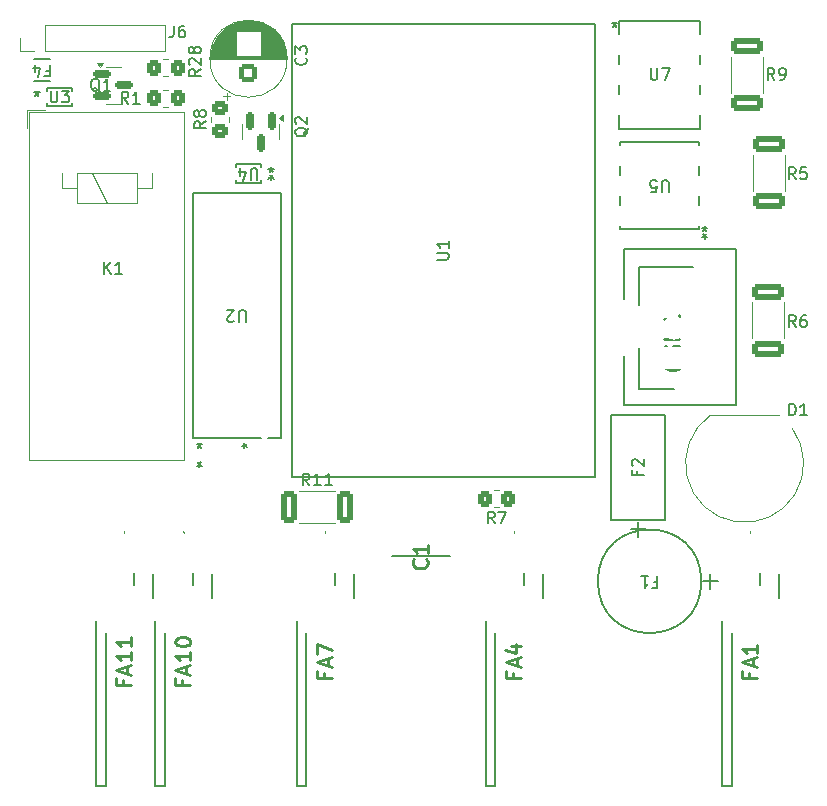
<source format=gbr>
%TF.GenerationSoftware,KiCad,Pcbnew,9.0.6-9.0.6~ubuntu24.04.1*%
%TF.CreationDate,2025-12-21T14:01:53+01:00*%
%TF.ProjectId,hv_board,68765f62-6f61-4726-942e-6b696361645f,rev?*%
%TF.SameCoordinates,Original*%
%TF.FileFunction,Legend,Top*%
%TF.FilePolarity,Positive*%
%FSLAX46Y46*%
G04 Gerber Fmt 4.6, Leading zero omitted, Abs format (unit mm)*
G04 Created by KiCad (PCBNEW 9.0.6-9.0.6~ubuntu24.04.1) date 2025-12-21 14:01:53*
%MOMM*%
%LPD*%
G01*
G04 APERTURE LIST*
G04 Aperture macros list*
%AMRoundRect*
0 Rectangle with rounded corners*
0 $1 Rounding radius*
0 $2 $3 $4 $5 $6 $7 $8 $9 X,Y pos of 4 corners*
0 Add a 4 corners polygon primitive as box body*
4,1,4,$2,$3,$4,$5,$6,$7,$8,$9,$2,$3,0*
0 Add four circle primitives for the rounded corners*
1,1,$1+$1,$2,$3*
1,1,$1+$1,$4,$5*
1,1,$1+$1,$6,$7*
1,1,$1+$1,$8,$9*
0 Add four rect primitives between the rounded corners*
20,1,$1+$1,$2,$3,$4,$5,0*
20,1,$1+$1,$4,$5,$6,$7,0*
20,1,$1+$1,$6,$7,$8,$9,0*
20,1,$1+$1,$8,$9,$2,$3,0*%
G04 Aperture macros list end*
%ADD10C,0.150000*%
%ADD11C,0.254000*%
%ADD12C,0.152400*%
%ADD13C,0.120000*%
%ADD14C,0.200000*%
%ADD15C,0.100000*%
%ADD16C,1.549400*%
%ADD17C,1.320800*%
%ADD18RoundRect,0.249999X1.075001X-0.450001X1.075001X0.450001X-1.075001X0.450001X-1.075001X-0.450001X0*%
%ADD19R,1.625600X1.625600*%
%ADD20C,1.625600*%
%ADD21R,2.000000X2.000000*%
%ADD22O,2.000000X2.000000*%
%ADD23RoundRect,0.250000X-0.350000X-0.450000X0.350000X-0.450000X0.350000X0.450000X-0.350000X0.450000X0*%
%ADD24C,3.810000*%
%ADD25C,1.270000*%
%ADD26R,2.175000X2.175000*%
%ADD27C,2.175000*%
%ADD28R,5.350000X1.060000*%
%ADD29R,0.711200X0.406400*%
%ADD30RoundRect,0.249999X-0.450001X-1.075001X0.450001X-1.075001X0.450001X1.075001X-0.450001X1.075001X0*%
%ADD31O,3.000000X2.000000*%
%ADD32R,2.000000X3.000000*%
%ADD33O,2.000000X3.000000*%
%ADD34RoundRect,0.250000X0.350000X0.450000X-0.350000X0.450000X-0.350000X-0.450000X0.350000X-0.450000X0*%
%ADD35C,1.300000*%
%ADD36RoundRect,0.150000X-0.587500X-0.150000X0.587500X-0.150000X0.587500X0.150000X-0.587500X0.150000X0*%
%ADD37R,0.965200X1.600200*%
%ADD38RoundRect,0.250000X0.450000X-0.350000X0.450000X0.350000X-0.450000X0.350000X-0.450000X-0.350000X0*%
%ADD39R,1.980000X1.980000*%
%ADD40C,1.980000*%
%ADD41RoundRect,0.250000X0.550000X-0.550000X0.550000X0.550000X-0.550000X0.550000X-0.550000X-0.550000X0*%
%ADD42C,1.600000*%
%ADD43RoundRect,0.249999X-1.075001X0.450001X-1.075001X-0.450001X1.075001X-0.450001X1.075001X0.450001X0*%
%ADD44C,1.778000*%
%ADD45R,1.473200X1.473200*%
%ADD46C,1.473200*%
%ADD47R,1.350000X1.350000*%
%ADD48C,1.350000*%
%ADD49RoundRect,0.150000X-0.150000X0.587500X-0.150000X-0.587500X0.150000X-0.587500X0.150000X0.587500X0*%
G04 APERTURE END LIST*
D10*
X134761904Y-78545180D02*
X134761904Y-77735657D01*
X134761904Y-77735657D02*
X134714285Y-77640419D01*
X134714285Y-77640419D02*
X134666666Y-77592800D01*
X134666666Y-77592800D02*
X134571428Y-77545180D01*
X134571428Y-77545180D02*
X134380952Y-77545180D01*
X134380952Y-77545180D02*
X134285714Y-77592800D01*
X134285714Y-77592800D02*
X134238095Y-77640419D01*
X134238095Y-77640419D02*
X134190476Y-77735657D01*
X134190476Y-77735657D02*
X134190476Y-78545180D01*
X133761904Y-78449942D02*
X133714285Y-78497561D01*
X133714285Y-78497561D02*
X133619047Y-78545180D01*
X133619047Y-78545180D02*
X133380952Y-78545180D01*
X133380952Y-78545180D02*
X133285714Y-78497561D01*
X133285714Y-78497561D02*
X133238095Y-78449942D01*
X133238095Y-78449942D02*
X133190476Y-78354704D01*
X133190476Y-78354704D02*
X133190476Y-78259466D01*
X133190476Y-78259466D02*
X133238095Y-78116609D01*
X133238095Y-78116609D02*
X133809523Y-77545180D01*
X133809523Y-77545180D02*
X133190476Y-77545180D01*
X130849499Y-90854280D02*
X130849499Y-90616185D01*
X131087594Y-90711423D02*
X130849499Y-90616185D01*
X130849499Y-90616185D02*
X130611404Y-90711423D01*
X130992356Y-90425709D02*
X130849499Y-90616185D01*
X130849499Y-90616185D02*
X130706642Y-90425709D01*
X130849500Y-88763919D02*
X130849500Y-89002014D01*
X130611405Y-88906776D02*
X130849500Y-89002014D01*
X130849500Y-89002014D02*
X131087595Y-88906776D01*
X130706643Y-89192490D02*
X130849500Y-89002014D01*
X130849500Y-89002014D02*
X130992357Y-89192490D01*
X170561904Y-67545180D02*
X170561904Y-66735657D01*
X170561904Y-66735657D02*
X170514285Y-66640419D01*
X170514285Y-66640419D02*
X170466666Y-66592800D01*
X170466666Y-66592800D02*
X170371428Y-66545180D01*
X170371428Y-66545180D02*
X170180952Y-66545180D01*
X170180952Y-66545180D02*
X170085714Y-66592800D01*
X170085714Y-66592800D02*
X170038095Y-66640419D01*
X170038095Y-66640419D02*
X169990476Y-66735657D01*
X169990476Y-66735657D02*
X169990476Y-67545180D01*
X169038095Y-67545180D02*
X169514285Y-67545180D01*
X169514285Y-67545180D02*
X169561904Y-67068990D01*
X169561904Y-67068990D02*
X169514285Y-67116609D01*
X169514285Y-67116609D02*
X169419047Y-67164228D01*
X169419047Y-67164228D02*
X169180952Y-67164228D01*
X169180952Y-67164228D02*
X169085714Y-67116609D01*
X169085714Y-67116609D02*
X169038095Y-67068990D01*
X169038095Y-67068990D02*
X168990476Y-66973752D01*
X168990476Y-66973752D02*
X168990476Y-66735657D01*
X168990476Y-66735657D02*
X169038095Y-66640419D01*
X169038095Y-66640419D02*
X169085714Y-66592800D01*
X169085714Y-66592800D02*
X169180952Y-66545180D01*
X169180952Y-66545180D02*
X169419047Y-66545180D01*
X169419047Y-66545180D02*
X169514285Y-66592800D01*
X169514285Y-66592800D02*
X169561904Y-66640419D01*
X173610000Y-70417219D02*
X173610000Y-70655314D01*
X173371905Y-70560076D02*
X173610000Y-70655314D01*
X173610000Y-70655314D02*
X173848095Y-70560076D01*
X173467143Y-70845790D02*
X173610000Y-70655314D01*
X173610000Y-70655314D02*
X173752857Y-70845790D01*
X173609999Y-71507580D02*
X173609999Y-71269485D01*
X173848094Y-71364723D02*
X173609999Y-71269485D01*
X173609999Y-71269485D02*
X173371904Y-71364723D01*
X173752856Y-71079009D02*
X173609999Y-71269485D01*
X173609999Y-71269485D02*
X173467142Y-71079009D01*
X181333333Y-78954819D02*
X181000000Y-78478628D01*
X180761905Y-78954819D02*
X180761905Y-77954819D01*
X180761905Y-77954819D02*
X181142857Y-77954819D01*
X181142857Y-77954819D02*
X181238095Y-78002438D01*
X181238095Y-78002438D02*
X181285714Y-78050057D01*
X181285714Y-78050057D02*
X181333333Y-78145295D01*
X181333333Y-78145295D02*
X181333333Y-78288152D01*
X181333333Y-78288152D02*
X181285714Y-78383390D01*
X181285714Y-78383390D02*
X181238095Y-78431009D01*
X181238095Y-78431009D02*
X181142857Y-78478628D01*
X181142857Y-78478628D02*
X180761905Y-78478628D01*
X182190476Y-77954819D02*
X182000000Y-77954819D01*
X182000000Y-77954819D02*
X181904762Y-78002438D01*
X181904762Y-78002438D02*
X181857143Y-78050057D01*
X181857143Y-78050057D02*
X181761905Y-78192914D01*
X181761905Y-78192914D02*
X181714286Y-78383390D01*
X181714286Y-78383390D02*
X181714286Y-78764342D01*
X181714286Y-78764342D02*
X181761905Y-78859580D01*
X181761905Y-78859580D02*
X181809524Y-78907200D01*
X181809524Y-78907200D02*
X181904762Y-78954819D01*
X181904762Y-78954819D02*
X182095238Y-78954819D01*
X182095238Y-78954819D02*
X182190476Y-78907200D01*
X182190476Y-78907200D02*
X182238095Y-78859580D01*
X182238095Y-78859580D02*
X182285714Y-78764342D01*
X182285714Y-78764342D02*
X182285714Y-78526247D01*
X182285714Y-78526247D02*
X182238095Y-78431009D01*
X182238095Y-78431009D02*
X182190476Y-78383390D01*
X182190476Y-78383390D02*
X182095238Y-78335771D01*
X182095238Y-78335771D02*
X181904762Y-78335771D01*
X181904762Y-78335771D02*
X181809524Y-78383390D01*
X181809524Y-78383390D02*
X181761905Y-78431009D01*
X181761905Y-78431009D02*
X181714286Y-78526247D01*
X169293333Y-100568990D02*
X169626666Y-100568990D01*
X169626666Y-100045180D02*
X169626666Y-101045180D01*
X169626666Y-101045180D02*
X169150476Y-101045180D01*
X168245714Y-100045180D02*
X168817142Y-100045180D01*
X168531428Y-100045180D02*
X168531428Y-101045180D01*
X168531428Y-101045180D02*
X168626666Y-100902323D01*
X168626666Y-100902323D02*
X168721904Y-100807085D01*
X168721904Y-100807085D02*
X168817142Y-100759466D01*
X180761905Y-86454819D02*
X180761905Y-85454819D01*
X180761905Y-85454819D02*
X181000000Y-85454819D01*
X181000000Y-85454819D02*
X181142857Y-85502438D01*
X181142857Y-85502438D02*
X181238095Y-85597676D01*
X181238095Y-85597676D02*
X181285714Y-85692914D01*
X181285714Y-85692914D02*
X181333333Y-85883390D01*
X181333333Y-85883390D02*
X181333333Y-86026247D01*
X181333333Y-86026247D02*
X181285714Y-86216723D01*
X181285714Y-86216723D02*
X181238095Y-86311961D01*
X181238095Y-86311961D02*
X181142857Y-86407200D01*
X181142857Y-86407200D02*
X181000000Y-86454819D01*
X181000000Y-86454819D02*
X180761905Y-86454819D01*
X182285714Y-86454819D02*
X181714286Y-86454819D01*
X182000000Y-86454819D02*
X182000000Y-85454819D01*
X182000000Y-85454819D02*
X181904762Y-85597676D01*
X181904762Y-85597676D02*
X181809524Y-85692914D01*
X181809524Y-85692914D02*
X181714286Y-85740533D01*
X124833333Y-60054819D02*
X124500000Y-59578628D01*
X124261905Y-60054819D02*
X124261905Y-59054819D01*
X124261905Y-59054819D02*
X124642857Y-59054819D01*
X124642857Y-59054819D02*
X124738095Y-59102438D01*
X124738095Y-59102438D02*
X124785714Y-59150057D01*
X124785714Y-59150057D02*
X124833333Y-59245295D01*
X124833333Y-59245295D02*
X124833333Y-59388152D01*
X124833333Y-59388152D02*
X124785714Y-59483390D01*
X124785714Y-59483390D02*
X124738095Y-59531009D01*
X124738095Y-59531009D02*
X124642857Y-59578628D01*
X124642857Y-59578628D02*
X124261905Y-59578628D01*
X125785714Y-60054819D02*
X125214286Y-60054819D01*
X125500000Y-60054819D02*
X125500000Y-59054819D01*
X125500000Y-59054819D02*
X125404762Y-59197676D01*
X125404762Y-59197676D02*
X125309524Y-59292914D01*
X125309524Y-59292914D02*
X125214286Y-59340533D01*
X181333333Y-66454819D02*
X181000000Y-65978628D01*
X180761905Y-66454819D02*
X180761905Y-65454819D01*
X180761905Y-65454819D02*
X181142857Y-65454819D01*
X181142857Y-65454819D02*
X181238095Y-65502438D01*
X181238095Y-65502438D02*
X181285714Y-65550057D01*
X181285714Y-65550057D02*
X181333333Y-65645295D01*
X181333333Y-65645295D02*
X181333333Y-65788152D01*
X181333333Y-65788152D02*
X181285714Y-65883390D01*
X181285714Y-65883390D02*
X181238095Y-65931009D01*
X181238095Y-65931009D02*
X181142857Y-65978628D01*
X181142857Y-65978628D02*
X180761905Y-65978628D01*
X182238095Y-65454819D02*
X181761905Y-65454819D01*
X181761905Y-65454819D02*
X181714286Y-65931009D01*
X181714286Y-65931009D02*
X181761905Y-65883390D01*
X181761905Y-65883390D02*
X181857143Y-65835771D01*
X181857143Y-65835771D02*
X182095238Y-65835771D01*
X182095238Y-65835771D02*
X182190476Y-65883390D01*
X182190476Y-65883390D02*
X182238095Y-65931009D01*
X182238095Y-65931009D02*
X182285714Y-66026247D01*
X182285714Y-66026247D02*
X182285714Y-66264342D01*
X182285714Y-66264342D02*
X182238095Y-66359580D01*
X182238095Y-66359580D02*
X182190476Y-66407200D01*
X182190476Y-66407200D02*
X182095238Y-66454819D01*
X182095238Y-66454819D02*
X181857143Y-66454819D01*
X181857143Y-66454819D02*
X181761905Y-66407200D01*
X181761905Y-66407200D02*
X181714286Y-66359580D01*
D11*
X171464318Y-79967619D02*
X170194318Y-79967619D01*
X170799080Y-79967619D02*
X170799080Y-79241904D01*
X171464318Y-79241904D02*
X170194318Y-79241904D01*
X171464318Y-77971904D02*
X171464318Y-78697619D01*
X171464318Y-78334762D02*
X170194318Y-78334762D01*
X170194318Y-78334762D02*
X170375746Y-78455714D01*
X170375746Y-78455714D02*
X170496699Y-78576666D01*
X170496699Y-78576666D02*
X170557175Y-78697619D01*
D10*
X169038095Y-57054819D02*
X169038095Y-57864342D01*
X169038095Y-57864342D02*
X169085714Y-57959580D01*
X169085714Y-57959580D02*
X169133333Y-58007200D01*
X169133333Y-58007200D02*
X169228571Y-58054819D01*
X169228571Y-58054819D02*
X169419047Y-58054819D01*
X169419047Y-58054819D02*
X169514285Y-58007200D01*
X169514285Y-58007200D02*
X169561904Y-57959580D01*
X169561904Y-57959580D02*
X169609523Y-57864342D01*
X169609523Y-57864342D02*
X169609523Y-57054819D01*
X169990476Y-57054819D02*
X170657142Y-57054819D01*
X170657142Y-57054819D02*
X170228571Y-58054819D01*
X165990000Y-53117819D02*
X165990000Y-53355914D01*
X165751905Y-53260676D02*
X165990000Y-53355914D01*
X165990000Y-53355914D02*
X166228095Y-53260676D01*
X165847143Y-53546390D02*
X165990000Y-53355914D01*
X165990000Y-53355914D02*
X166132857Y-53546390D01*
X165990000Y-53117819D02*
X165990000Y-53355914D01*
X165751905Y-53260676D02*
X165990000Y-53355914D01*
X165990000Y-53355914D02*
X166228095Y-53260676D01*
X165847143Y-53546390D02*
X165990000Y-53355914D01*
X165990000Y-53355914D02*
X166132857Y-53546390D01*
D11*
X177409080Y-108273618D02*
X177409080Y-108696952D01*
X178074318Y-108696952D02*
X176804318Y-108696952D01*
X176804318Y-108696952D02*
X176804318Y-108092190D01*
X177711461Y-107668857D02*
X177711461Y-107064095D01*
X178074318Y-107789809D02*
X176804318Y-107366476D01*
X176804318Y-107366476D02*
X178074318Y-106943142D01*
X178074318Y-105854571D02*
X178074318Y-106580286D01*
X178074318Y-106217429D02*
X176804318Y-106217429D01*
X176804318Y-106217429D02*
X176985746Y-106338381D01*
X176985746Y-106338381D02*
X177106699Y-106459333D01*
X177106699Y-106459333D02*
X177167175Y-106580286D01*
X150053365Y-98611666D02*
X150113842Y-98672142D01*
X150113842Y-98672142D02*
X150174318Y-98853571D01*
X150174318Y-98853571D02*
X150174318Y-98974523D01*
X150174318Y-98974523D02*
X150113842Y-99155952D01*
X150113842Y-99155952D02*
X149992889Y-99276904D01*
X149992889Y-99276904D02*
X149871937Y-99337381D01*
X149871937Y-99337381D02*
X149630032Y-99397857D01*
X149630032Y-99397857D02*
X149448603Y-99397857D01*
X149448603Y-99397857D02*
X149206699Y-99337381D01*
X149206699Y-99337381D02*
X149085746Y-99276904D01*
X149085746Y-99276904D02*
X148964794Y-99155952D01*
X148964794Y-99155952D02*
X148904318Y-98974523D01*
X148904318Y-98974523D02*
X148904318Y-98853571D01*
X148904318Y-98853571D02*
X148964794Y-98672142D01*
X148964794Y-98672142D02*
X149025270Y-98611666D01*
X150174318Y-97402142D02*
X150174318Y-98127857D01*
X150174318Y-97765000D02*
X148904318Y-97765000D01*
X148904318Y-97765000D02*
X149085746Y-97885952D01*
X149085746Y-97885952D02*
X149206699Y-98006904D01*
X149206699Y-98006904D02*
X149267175Y-98127857D01*
X124409080Y-108878380D02*
X124409080Y-109301714D01*
X125074318Y-109301714D02*
X123804318Y-109301714D01*
X123804318Y-109301714D02*
X123804318Y-108696952D01*
X124711461Y-108273619D02*
X124711461Y-107668857D01*
X125074318Y-108394571D02*
X123804318Y-107971238D01*
X123804318Y-107971238D02*
X125074318Y-107547904D01*
X125074318Y-106459333D02*
X125074318Y-107185048D01*
X125074318Y-106822191D02*
X123804318Y-106822191D01*
X123804318Y-106822191D02*
X123985746Y-106943143D01*
X123985746Y-106943143D02*
X124106699Y-107064095D01*
X124106699Y-107064095D02*
X124167175Y-107185048D01*
X125074318Y-105249809D02*
X125074318Y-105975524D01*
X125074318Y-105612667D02*
X123804318Y-105612667D01*
X123804318Y-105612667D02*
X123985746Y-105733619D01*
X123985746Y-105733619D02*
X124106699Y-105854571D01*
X124106699Y-105854571D02*
X124167175Y-105975524D01*
D10*
X118238095Y-58954819D02*
X118238095Y-59764342D01*
X118238095Y-59764342D02*
X118285714Y-59859580D01*
X118285714Y-59859580D02*
X118333333Y-59907200D01*
X118333333Y-59907200D02*
X118428571Y-59954819D01*
X118428571Y-59954819D02*
X118619047Y-59954819D01*
X118619047Y-59954819D02*
X118714285Y-59907200D01*
X118714285Y-59907200D02*
X118761904Y-59859580D01*
X118761904Y-59859580D02*
X118809523Y-59764342D01*
X118809523Y-59764342D02*
X118809523Y-58954819D01*
X119190476Y-58954819D02*
X119809523Y-58954819D01*
X119809523Y-58954819D02*
X119476190Y-59335771D01*
X119476190Y-59335771D02*
X119619047Y-59335771D01*
X119619047Y-59335771D02*
X119714285Y-59383390D01*
X119714285Y-59383390D02*
X119761904Y-59431009D01*
X119761904Y-59431009D02*
X119809523Y-59526247D01*
X119809523Y-59526247D02*
X119809523Y-59764342D01*
X119809523Y-59764342D02*
X119761904Y-59859580D01*
X119761904Y-59859580D02*
X119714285Y-59907200D01*
X119714285Y-59907200D02*
X119619047Y-59954819D01*
X119619047Y-59954819D02*
X119333333Y-59954819D01*
X119333333Y-59954819D02*
X119238095Y-59907200D01*
X119238095Y-59907200D02*
X119190476Y-59859580D01*
X117069600Y-58954819D02*
X117069600Y-59192914D01*
X116831505Y-59097676D02*
X117069600Y-59192914D01*
X117069600Y-59192914D02*
X117307695Y-59097676D01*
X116926743Y-59383390D02*
X117069600Y-59192914D01*
X117069600Y-59192914D02*
X117212457Y-59383390D01*
X117069600Y-58954819D02*
X117069600Y-59192914D01*
X116831505Y-59097676D02*
X117069600Y-59192914D01*
X117069600Y-59192914D02*
X117307695Y-59097676D01*
X116926743Y-59383390D02*
X117069600Y-59192914D01*
X117069600Y-59192914D02*
X117212457Y-59383390D01*
X140157142Y-92374819D02*
X139823809Y-91898628D01*
X139585714Y-92374819D02*
X139585714Y-91374819D01*
X139585714Y-91374819D02*
X139966666Y-91374819D01*
X139966666Y-91374819D02*
X140061904Y-91422438D01*
X140061904Y-91422438D02*
X140109523Y-91470057D01*
X140109523Y-91470057D02*
X140157142Y-91565295D01*
X140157142Y-91565295D02*
X140157142Y-91708152D01*
X140157142Y-91708152D02*
X140109523Y-91803390D01*
X140109523Y-91803390D02*
X140061904Y-91851009D01*
X140061904Y-91851009D02*
X139966666Y-91898628D01*
X139966666Y-91898628D02*
X139585714Y-91898628D01*
X141109523Y-92374819D02*
X140538095Y-92374819D01*
X140823809Y-92374819D02*
X140823809Y-91374819D01*
X140823809Y-91374819D02*
X140728571Y-91517676D01*
X140728571Y-91517676D02*
X140633333Y-91612914D01*
X140633333Y-91612914D02*
X140538095Y-91660533D01*
X142061904Y-92374819D02*
X141490476Y-92374819D01*
X141776190Y-92374819D02*
X141776190Y-91374819D01*
X141776190Y-91374819D02*
X141680952Y-91517676D01*
X141680952Y-91517676D02*
X141585714Y-91612914D01*
X141585714Y-91612914D02*
X141490476Y-91660533D01*
X122761905Y-74454819D02*
X122761905Y-73454819D01*
X123333333Y-74454819D02*
X122904762Y-73883390D01*
X123333333Y-73454819D02*
X122761905Y-74026247D01*
X124285714Y-74454819D02*
X123714286Y-74454819D01*
X124000000Y-74454819D02*
X124000000Y-73454819D01*
X124000000Y-73454819D02*
X123904762Y-73597676D01*
X123904762Y-73597676D02*
X123809524Y-73692914D01*
X123809524Y-73692914D02*
X123714286Y-73740533D01*
X155833333Y-95604819D02*
X155500000Y-95128628D01*
X155261905Y-95604819D02*
X155261905Y-94604819D01*
X155261905Y-94604819D02*
X155642857Y-94604819D01*
X155642857Y-94604819D02*
X155738095Y-94652438D01*
X155738095Y-94652438D02*
X155785714Y-94700057D01*
X155785714Y-94700057D02*
X155833333Y-94795295D01*
X155833333Y-94795295D02*
X155833333Y-94938152D01*
X155833333Y-94938152D02*
X155785714Y-95033390D01*
X155785714Y-95033390D02*
X155738095Y-95081009D01*
X155738095Y-95081009D02*
X155642857Y-95128628D01*
X155642857Y-95128628D02*
X155261905Y-95128628D01*
X156166667Y-94604819D02*
X156833333Y-94604819D01*
X156833333Y-94604819D02*
X156404762Y-95604819D01*
X122404761Y-59050057D02*
X122309523Y-59002438D01*
X122309523Y-59002438D02*
X122214285Y-58907200D01*
X122214285Y-58907200D02*
X122071428Y-58764342D01*
X122071428Y-58764342D02*
X121976190Y-58716723D01*
X121976190Y-58716723D02*
X121880952Y-58716723D01*
X121928571Y-58954819D02*
X121833333Y-58907200D01*
X121833333Y-58907200D02*
X121738095Y-58811961D01*
X121738095Y-58811961D02*
X121690476Y-58621485D01*
X121690476Y-58621485D02*
X121690476Y-58288152D01*
X121690476Y-58288152D02*
X121738095Y-58097676D01*
X121738095Y-58097676D02*
X121833333Y-58002438D01*
X121833333Y-58002438D02*
X121928571Y-57954819D01*
X121928571Y-57954819D02*
X122119047Y-57954819D01*
X122119047Y-57954819D02*
X122214285Y-58002438D01*
X122214285Y-58002438D02*
X122309523Y-58097676D01*
X122309523Y-58097676D02*
X122357142Y-58288152D01*
X122357142Y-58288152D02*
X122357142Y-58621485D01*
X122357142Y-58621485D02*
X122309523Y-58811961D01*
X122309523Y-58811961D02*
X122214285Y-58907200D01*
X122214285Y-58907200D02*
X122119047Y-58954819D01*
X122119047Y-58954819D02*
X121928571Y-58954819D01*
X123309523Y-58954819D02*
X122738095Y-58954819D01*
X123023809Y-58954819D02*
X123023809Y-57954819D01*
X123023809Y-57954819D02*
X122928571Y-58097676D01*
X122928571Y-58097676D02*
X122833333Y-58192914D01*
X122833333Y-58192914D02*
X122738095Y-58240533D01*
X117860133Y-57268990D02*
X118193466Y-57268990D01*
X118193466Y-56745180D02*
X118193466Y-57745180D01*
X118193466Y-57745180D02*
X117717276Y-57745180D01*
X116907752Y-57411847D02*
X116907752Y-56745180D01*
X117145847Y-57792800D02*
X117383942Y-57078514D01*
X117383942Y-57078514D02*
X116764895Y-57078514D01*
X131404819Y-61566666D02*
X130928628Y-61899999D01*
X131404819Y-62138094D02*
X130404819Y-62138094D01*
X130404819Y-62138094D02*
X130404819Y-61757142D01*
X130404819Y-61757142D02*
X130452438Y-61661904D01*
X130452438Y-61661904D02*
X130500057Y-61614285D01*
X130500057Y-61614285D02*
X130595295Y-61566666D01*
X130595295Y-61566666D02*
X130738152Y-61566666D01*
X130738152Y-61566666D02*
X130833390Y-61614285D01*
X130833390Y-61614285D02*
X130881009Y-61661904D01*
X130881009Y-61661904D02*
X130928628Y-61757142D01*
X130928628Y-61757142D02*
X130928628Y-62138094D01*
X130833390Y-60995237D02*
X130785771Y-61090475D01*
X130785771Y-61090475D02*
X130738152Y-61138094D01*
X130738152Y-61138094D02*
X130642914Y-61185713D01*
X130642914Y-61185713D02*
X130595295Y-61185713D01*
X130595295Y-61185713D02*
X130500057Y-61138094D01*
X130500057Y-61138094D02*
X130452438Y-61090475D01*
X130452438Y-61090475D02*
X130404819Y-60995237D01*
X130404819Y-60995237D02*
X130404819Y-60804761D01*
X130404819Y-60804761D02*
X130452438Y-60709523D01*
X130452438Y-60709523D02*
X130500057Y-60661904D01*
X130500057Y-60661904D02*
X130595295Y-60614285D01*
X130595295Y-60614285D02*
X130642914Y-60614285D01*
X130642914Y-60614285D02*
X130738152Y-60661904D01*
X130738152Y-60661904D02*
X130785771Y-60709523D01*
X130785771Y-60709523D02*
X130833390Y-60804761D01*
X130833390Y-60804761D02*
X130833390Y-60995237D01*
X130833390Y-60995237D02*
X130881009Y-61090475D01*
X130881009Y-61090475D02*
X130928628Y-61138094D01*
X130928628Y-61138094D02*
X131023866Y-61185713D01*
X131023866Y-61185713D02*
X131214342Y-61185713D01*
X131214342Y-61185713D02*
X131309580Y-61138094D01*
X131309580Y-61138094D02*
X131357200Y-61090475D01*
X131357200Y-61090475D02*
X131404819Y-60995237D01*
X131404819Y-60995237D02*
X131404819Y-60804761D01*
X131404819Y-60804761D02*
X131357200Y-60709523D01*
X131357200Y-60709523D02*
X131309580Y-60661904D01*
X131309580Y-60661904D02*
X131214342Y-60614285D01*
X131214342Y-60614285D02*
X131023866Y-60614285D01*
X131023866Y-60614285D02*
X130928628Y-60661904D01*
X130928628Y-60661904D02*
X130881009Y-60709523D01*
X130881009Y-60709523D02*
X130833390Y-60804761D01*
D11*
X157409080Y-108273618D02*
X157409080Y-108696952D01*
X158074318Y-108696952D02*
X156804318Y-108696952D01*
X156804318Y-108696952D02*
X156804318Y-108092190D01*
X157711461Y-107668857D02*
X157711461Y-107064095D01*
X158074318Y-107789809D02*
X156804318Y-107366476D01*
X156804318Y-107366476D02*
X158074318Y-106943142D01*
X157227651Y-105975524D02*
X158074318Y-105975524D01*
X156743842Y-106277905D02*
X157650984Y-106580286D01*
X157650984Y-106580286D02*
X157650984Y-105794095D01*
X171695270Y-81720952D02*
X171634794Y-81841904D01*
X171634794Y-81841904D02*
X171513842Y-81962857D01*
X171513842Y-81962857D02*
X171332413Y-82144285D01*
X171332413Y-82144285D02*
X171271937Y-82265238D01*
X171271937Y-82265238D02*
X171271937Y-82386190D01*
X171574318Y-82325714D02*
X171513842Y-82446666D01*
X171513842Y-82446666D02*
X171392889Y-82567619D01*
X171392889Y-82567619D02*
X171150984Y-82628095D01*
X171150984Y-82628095D02*
X170727651Y-82628095D01*
X170727651Y-82628095D02*
X170485746Y-82567619D01*
X170485746Y-82567619D02*
X170364794Y-82446666D01*
X170364794Y-82446666D02*
X170304318Y-82325714D01*
X170304318Y-82325714D02*
X170304318Y-82083809D01*
X170304318Y-82083809D02*
X170364794Y-81962857D01*
X170364794Y-81962857D02*
X170485746Y-81841904D01*
X170485746Y-81841904D02*
X170727651Y-81781428D01*
X170727651Y-81781428D02*
X171150984Y-81781428D01*
X171150984Y-81781428D02*
X171392889Y-81841904D01*
X171392889Y-81841904D02*
X171513842Y-81962857D01*
X171513842Y-81962857D02*
X171574318Y-82083809D01*
X171574318Y-82083809D02*
X171574318Y-82325714D01*
X170304318Y-81358095D02*
X170304318Y-80571904D01*
X170304318Y-80571904D02*
X170788127Y-80995238D01*
X170788127Y-80995238D02*
X170788127Y-80813809D01*
X170788127Y-80813809D02*
X170848603Y-80692857D01*
X170848603Y-80692857D02*
X170909080Y-80632381D01*
X170909080Y-80632381D02*
X171030032Y-80571904D01*
X171030032Y-80571904D02*
X171332413Y-80571904D01*
X171332413Y-80571904D02*
X171453365Y-80632381D01*
X171453365Y-80632381D02*
X171513842Y-80692857D01*
X171513842Y-80692857D02*
X171574318Y-80813809D01*
X171574318Y-80813809D02*
X171574318Y-81176666D01*
X171574318Y-81176666D02*
X171513842Y-81297619D01*
X171513842Y-81297619D02*
X171453365Y-81358095D01*
X129409080Y-108878380D02*
X129409080Y-109301714D01*
X130074318Y-109301714D02*
X128804318Y-109301714D01*
X128804318Y-109301714D02*
X128804318Y-108696952D01*
X129711461Y-108273619D02*
X129711461Y-107668857D01*
X130074318Y-108394571D02*
X128804318Y-107971238D01*
X128804318Y-107971238D02*
X130074318Y-107547904D01*
X130074318Y-106459333D02*
X130074318Y-107185048D01*
X130074318Y-106822191D02*
X128804318Y-106822191D01*
X128804318Y-106822191D02*
X128985746Y-106943143D01*
X128985746Y-106943143D02*
X129106699Y-107064095D01*
X129106699Y-107064095D02*
X129167175Y-107185048D01*
X128804318Y-105673143D02*
X128804318Y-105552190D01*
X128804318Y-105552190D02*
X128864794Y-105431238D01*
X128864794Y-105431238D02*
X128925270Y-105370762D01*
X128925270Y-105370762D02*
X129046222Y-105310286D01*
X129046222Y-105310286D02*
X129288127Y-105249809D01*
X129288127Y-105249809D02*
X129590508Y-105249809D01*
X129590508Y-105249809D02*
X129832413Y-105310286D01*
X129832413Y-105310286D02*
X129953365Y-105370762D01*
X129953365Y-105370762D02*
X130013842Y-105431238D01*
X130013842Y-105431238D02*
X130074318Y-105552190D01*
X130074318Y-105552190D02*
X130074318Y-105673143D01*
X130074318Y-105673143D02*
X130013842Y-105794095D01*
X130013842Y-105794095D02*
X129953365Y-105854571D01*
X129953365Y-105854571D02*
X129832413Y-105915048D01*
X129832413Y-105915048D02*
X129590508Y-105975524D01*
X129590508Y-105975524D02*
X129288127Y-105975524D01*
X129288127Y-105975524D02*
X129046222Y-105915048D01*
X129046222Y-105915048D02*
X128925270Y-105854571D01*
X128925270Y-105854571D02*
X128864794Y-105794095D01*
X128864794Y-105794095D02*
X128804318Y-105673143D01*
D10*
X139859580Y-56166666D02*
X139907200Y-56214285D01*
X139907200Y-56214285D02*
X139954819Y-56357142D01*
X139954819Y-56357142D02*
X139954819Y-56452380D01*
X139954819Y-56452380D02*
X139907200Y-56595237D01*
X139907200Y-56595237D02*
X139811961Y-56690475D01*
X139811961Y-56690475D02*
X139716723Y-56738094D01*
X139716723Y-56738094D02*
X139526247Y-56785713D01*
X139526247Y-56785713D02*
X139383390Y-56785713D01*
X139383390Y-56785713D02*
X139192914Y-56738094D01*
X139192914Y-56738094D02*
X139097676Y-56690475D01*
X139097676Y-56690475D02*
X139002438Y-56595237D01*
X139002438Y-56595237D02*
X138954819Y-56452380D01*
X138954819Y-56452380D02*
X138954819Y-56357142D01*
X138954819Y-56357142D02*
X139002438Y-56214285D01*
X139002438Y-56214285D02*
X139050057Y-56166666D01*
X138954819Y-55833332D02*
X138954819Y-55214285D01*
X138954819Y-55214285D02*
X139335771Y-55547618D01*
X139335771Y-55547618D02*
X139335771Y-55404761D01*
X139335771Y-55404761D02*
X139383390Y-55309523D01*
X139383390Y-55309523D02*
X139431009Y-55261904D01*
X139431009Y-55261904D02*
X139526247Y-55214285D01*
X139526247Y-55214285D02*
X139764342Y-55214285D01*
X139764342Y-55214285D02*
X139859580Y-55261904D01*
X139859580Y-55261904D02*
X139907200Y-55309523D01*
X139907200Y-55309523D02*
X139954819Y-55404761D01*
X139954819Y-55404761D02*
X139954819Y-55690475D01*
X139954819Y-55690475D02*
X139907200Y-55785713D01*
X139907200Y-55785713D02*
X139859580Y-55833332D01*
X179533333Y-58054819D02*
X179200000Y-57578628D01*
X178961905Y-58054819D02*
X178961905Y-57054819D01*
X178961905Y-57054819D02*
X179342857Y-57054819D01*
X179342857Y-57054819D02*
X179438095Y-57102438D01*
X179438095Y-57102438D02*
X179485714Y-57150057D01*
X179485714Y-57150057D02*
X179533333Y-57245295D01*
X179533333Y-57245295D02*
X179533333Y-57388152D01*
X179533333Y-57388152D02*
X179485714Y-57483390D01*
X179485714Y-57483390D02*
X179438095Y-57531009D01*
X179438095Y-57531009D02*
X179342857Y-57578628D01*
X179342857Y-57578628D02*
X178961905Y-57578628D01*
X180009524Y-58054819D02*
X180200000Y-58054819D01*
X180200000Y-58054819D02*
X180295238Y-58007200D01*
X180295238Y-58007200D02*
X180342857Y-57959580D01*
X180342857Y-57959580D02*
X180438095Y-57816723D01*
X180438095Y-57816723D02*
X180485714Y-57626247D01*
X180485714Y-57626247D02*
X180485714Y-57245295D01*
X180485714Y-57245295D02*
X180438095Y-57150057D01*
X180438095Y-57150057D02*
X180390476Y-57102438D01*
X180390476Y-57102438D02*
X180295238Y-57054819D01*
X180295238Y-57054819D02*
X180104762Y-57054819D01*
X180104762Y-57054819D02*
X180009524Y-57102438D01*
X180009524Y-57102438D02*
X179961905Y-57150057D01*
X179961905Y-57150057D02*
X179914286Y-57245295D01*
X179914286Y-57245295D02*
X179914286Y-57483390D01*
X179914286Y-57483390D02*
X179961905Y-57578628D01*
X179961905Y-57578628D02*
X180009524Y-57626247D01*
X180009524Y-57626247D02*
X180104762Y-57673866D01*
X180104762Y-57673866D02*
X180295238Y-57673866D01*
X180295238Y-57673866D02*
X180390476Y-57626247D01*
X180390476Y-57626247D02*
X180438095Y-57578628D01*
X180438095Y-57578628D02*
X180485714Y-57483390D01*
D11*
X141409080Y-108273618D02*
X141409080Y-108696952D01*
X142074318Y-108696952D02*
X140804318Y-108696952D01*
X140804318Y-108696952D02*
X140804318Y-108092190D01*
X141711461Y-107668857D02*
X141711461Y-107064095D01*
X142074318Y-107789809D02*
X140804318Y-107366476D01*
X140804318Y-107366476D02*
X142074318Y-106943142D01*
X140804318Y-106640762D02*
X140804318Y-105794095D01*
X140804318Y-105794095D02*
X142074318Y-106338381D01*
D10*
X130954819Y-57142857D02*
X130478628Y-57476190D01*
X130954819Y-57714285D02*
X129954819Y-57714285D01*
X129954819Y-57714285D02*
X129954819Y-57333333D01*
X129954819Y-57333333D02*
X130002438Y-57238095D01*
X130002438Y-57238095D02*
X130050057Y-57190476D01*
X130050057Y-57190476D02*
X130145295Y-57142857D01*
X130145295Y-57142857D02*
X130288152Y-57142857D01*
X130288152Y-57142857D02*
X130383390Y-57190476D01*
X130383390Y-57190476D02*
X130431009Y-57238095D01*
X130431009Y-57238095D02*
X130478628Y-57333333D01*
X130478628Y-57333333D02*
X130478628Y-57714285D01*
X130050057Y-56761904D02*
X130002438Y-56714285D01*
X130002438Y-56714285D02*
X129954819Y-56619047D01*
X129954819Y-56619047D02*
X129954819Y-56380952D01*
X129954819Y-56380952D02*
X130002438Y-56285714D01*
X130002438Y-56285714D02*
X130050057Y-56238095D01*
X130050057Y-56238095D02*
X130145295Y-56190476D01*
X130145295Y-56190476D02*
X130240533Y-56190476D01*
X130240533Y-56190476D02*
X130383390Y-56238095D01*
X130383390Y-56238095D02*
X130954819Y-56809523D01*
X130954819Y-56809523D02*
X130954819Y-56190476D01*
X130383390Y-55619047D02*
X130335771Y-55714285D01*
X130335771Y-55714285D02*
X130288152Y-55761904D01*
X130288152Y-55761904D02*
X130192914Y-55809523D01*
X130192914Y-55809523D02*
X130145295Y-55809523D01*
X130145295Y-55809523D02*
X130050057Y-55761904D01*
X130050057Y-55761904D02*
X130002438Y-55714285D01*
X130002438Y-55714285D02*
X129954819Y-55619047D01*
X129954819Y-55619047D02*
X129954819Y-55428571D01*
X129954819Y-55428571D02*
X130002438Y-55333333D01*
X130002438Y-55333333D02*
X130050057Y-55285714D01*
X130050057Y-55285714D02*
X130145295Y-55238095D01*
X130145295Y-55238095D02*
X130192914Y-55238095D01*
X130192914Y-55238095D02*
X130288152Y-55285714D01*
X130288152Y-55285714D02*
X130335771Y-55333333D01*
X130335771Y-55333333D02*
X130383390Y-55428571D01*
X130383390Y-55428571D02*
X130383390Y-55619047D01*
X130383390Y-55619047D02*
X130431009Y-55714285D01*
X130431009Y-55714285D02*
X130478628Y-55761904D01*
X130478628Y-55761904D02*
X130573866Y-55809523D01*
X130573866Y-55809523D02*
X130764342Y-55809523D01*
X130764342Y-55809523D02*
X130859580Y-55761904D01*
X130859580Y-55761904D02*
X130907200Y-55714285D01*
X130907200Y-55714285D02*
X130954819Y-55619047D01*
X130954819Y-55619047D02*
X130954819Y-55428571D01*
X130954819Y-55428571D02*
X130907200Y-55333333D01*
X130907200Y-55333333D02*
X130859580Y-55285714D01*
X130859580Y-55285714D02*
X130764342Y-55238095D01*
X130764342Y-55238095D02*
X130573866Y-55238095D01*
X130573866Y-55238095D02*
X130478628Y-55285714D01*
X130478628Y-55285714D02*
X130431009Y-55333333D01*
X130431009Y-55333333D02*
X130383390Y-55428571D01*
X150954819Y-73261904D02*
X151764342Y-73261904D01*
X151764342Y-73261904D02*
X151859580Y-73214285D01*
X151859580Y-73214285D02*
X151907200Y-73166666D01*
X151907200Y-73166666D02*
X151954819Y-73071428D01*
X151954819Y-73071428D02*
X151954819Y-72880952D01*
X151954819Y-72880952D02*
X151907200Y-72785714D01*
X151907200Y-72785714D02*
X151859580Y-72738095D01*
X151859580Y-72738095D02*
X151764342Y-72690476D01*
X151764342Y-72690476D02*
X150954819Y-72690476D01*
X151954819Y-71690476D02*
X151954819Y-72261904D01*
X151954819Y-71976190D02*
X150954819Y-71976190D01*
X150954819Y-71976190D02*
X151097676Y-72071428D01*
X151097676Y-72071428D02*
X151192914Y-72166666D01*
X151192914Y-72166666D02*
X151240533Y-72261904D01*
X134444819Y-89009999D02*
X134682914Y-89009999D01*
X134587676Y-89248094D02*
X134682914Y-89009999D01*
X134682914Y-89009999D02*
X134587676Y-88771904D01*
X134873390Y-89152856D02*
X134682914Y-89009999D01*
X134682914Y-89009999D02*
X134873390Y-88867142D01*
X134444819Y-89009999D02*
X134682914Y-89009999D01*
X134587676Y-89248094D02*
X134682914Y-89009999D01*
X134682914Y-89009999D02*
X134587676Y-88771904D01*
X134873390Y-89152856D02*
X134682914Y-89009999D01*
X134682914Y-89009999D02*
X134873390Y-88867142D01*
X167931009Y-91198333D02*
X167931009Y-91531666D01*
X168454819Y-91531666D02*
X167454819Y-91531666D01*
X167454819Y-91531666D02*
X167454819Y-91055476D01*
X167550057Y-90722142D02*
X167502438Y-90674523D01*
X167502438Y-90674523D02*
X167454819Y-90579285D01*
X167454819Y-90579285D02*
X167454819Y-90341190D01*
X167454819Y-90341190D02*
X167502438Y-90245952D01*
X167502438Y-90245952D02*
X167550057Y-90198333D01*
X167550057Y-90198333D02*
X167645295Y-90150714D01*
X167645295Y-90150714D02*
X167740533Y-90150714D01*
X167740533Y-90150714D02*
X167883390Y-90198333D01*
X167883390Y-90198333D02*
X168454819Y-90769761D01*
X168454819Y-90769761D02*
X168454819Y-90150714D01*
X128666666Y-53454819D02*
X128666666Y-54169104D01*
X128666666Y-54169104D02*
X128619047Y-54311961D01*
X128619047Y-54311961D02*
X128523809Y-54407200D01*
X128523809Y-54407200D02*
X128380952Y-54454819D01*
X128380952Y-54454819D02*
X128285714Y-54454819D01*
X129571428Y-53454819D02*
X129380952Y-53454819D01*
X129380952Y-53454819D02*
X129285714Y-53502438D01*
X129285714Y-53502438D02*
X129238095Y-53550057D01*
X129238095Y-53550057D02*
X129142857Y-53692914D01*
X129142857Y-53692914D02*
X129095238Y-53883390D01*
X129095238Y-53883390D02*
X129095238Y-54264342D01*
X129095238Y-54264342D02*
X129142857Y-54359580D01*
X129142857Y-54359580D02*
X129190476Y-54407200D01*
X129190476Y-54407200D02*
X129285714Y-54454819D01*
X129285714Y-54454819D02*
X129476190Y-54454819D01*
X129476190Y-54454819D02*
X129571428Y-54407200D01*
X129571428Y-54407200D02*
X129619047Y-54359580D01*
X129619047Y-54359580D02*
X129666666Y-54264342D01*
X129666666Y-54264342D02*
X129666666Y-54026247D01*
X129666666Y-54026247D02*
X129619047Y-53931009D01*
X129619047Y-53931009D02*
X129571428Y-53883390D01*
X129571428Y-53883390D02*
X129476190Y-53835771D01*
X129476190Y-53835771D02*
X129285714Y-53835771D01*
X129285714Y-53835771D02*
X129190476Y-53883390D01*
X129190476Y-53883390D02*
X129142857Y-53931009D01*
X129142857Y-53931009D02*
X129095238Y-54026247D01*
X135761904Y-66545180D02*
X135761904Y-65735657D01*
X135761904Y-65735657D02*
X135714285Y-65640419D01*
X135714285Y-65640419D02*
X135666666Y-65592800D01*
X135666666Y-65592800D02*
X135571428Y-65545180D01*
X135571428Y-65545180D02*
X135380952Y-65545180D01*
X135380952Y-65545180D02*
X135285714Y-65592800D01*
X135285714Y-65592800D02*
X135238095Y-65640419D01*
X135238095Y-65640419D02*
X135190476Y-65735657D01*
X135190476Y-65735657D02*
X135190476Y-66545180D01*
X134285714Y-66211847D02*
X134285714Y-65545180D01*
X134523809Y-66592800D02*
X134761904Y-65878514D01*
X134761904Y-65878514D02*
X134142857Y-65878514D01*
X136930399Y-66545180D02*
X136930399Y-66307085D01*
X137168494Y-66402323D02*
X136930399Y-66307085D01*
X136930399Y-66307085D02*
X136692304Y-66402323D01*
X137073256Y-66116609D02*
X136930399Y-66307085D01*
X136930399Y-66307085D02*
X136787542Y-66116609D01*
X136930400Y-65454819D02*
X136930400Y-65692914D01*
X136692305Y-65597676D02*
X136930400Y-65692914D01*
X136930400Y-65692914D02*
X137168495Y-65597676D01*
X136787543Y-65883390D02*
X136930400Y-65692914D01*
X136930400Y-65692914D02*
X137073257Y-65883390D01*
X140050057Y-62095238D02*
X140002438Y-62190476D01*
X140002438Y-62190476D02*
X139907200Y-62285714D01*
X139907200Y-62285714D02*
X139764342Y-62428571D01*
X139764342Y-62428571D02*
X139716723Y-62523809D01*
X139716723Y-62523809D02*
X139716723Y-62619047D01*
X139954819Y-62571428D02*
X139907200Y-62666666D01*
X139907200Y-62666666D02*
X139811961Y-62761904D01*
X139811961Y-62761904D02*
X139621485Y-62809523D01*
X139621485Y-62809523D02*
X139288152Y-62809523D01*
X139288152Y-62809523D02*
X139097676Y-62761904D01*
X139097676Y-62761904D02*
X139002438Y-62666666D01*
X139002438Y-62666666D02*
X138954819Y-62571428D01*
X138954819Y-62571428D02*
X138954819Y-62380952D01*
X138954819Y-62380952D02*
X139002438Y-62285714D01*
X139002438Y-62285714D02*
X139097676Y-62190476D01*
X139097676Y-62190476D02*
X139288152Y-62142857D01*
X139288152Y-62142857D02*
X139621485Y-62142857D01*
X139621485Y-62142857D02*
X139811961Y-62190476D01*
X139811961Y-62190476D02*
X139907200Y-62285714D01*
X139907200Y-62285714D02*
X139954819Y-62380952D01*
X139954819Y-62380952D02*
X139954819Y-62571428D01*
X139050057Y-61761904D02*
X139002438Y-61714285D01*
X139002438Y-61714285D02*
X138954819Y-61619047D01*
X138954819Y-61619047D02*
X138954819Y-61380952D01*
X138954819Y-61380952D02*
X139002438Y-61285714D01*
X139002438Y-61285714D02*
X139050057Y-61238095D01*
X139050057Y-61238095D02*
X139145295Y-61190476D01*
X139145295Y-61190476D02*
X139240533Y-61190476D01*
X139240533Y-61190476D02*
X139383390Y-61238095D01*
X139383390Y-61238095D02*
X139954819Y-61809523D01*
X139954819Y-61809523D02*
X139954819Y-61190476D01*
D12*
%TO.C,U2*%
X130266200Y-67624100D02*
X130266200Y-88375900D01*
X130266200Y-88375900D02*
X136052244Y-88375900D01*
X136646756Y-88375900D02*
X137733800Y-88375900D01*
X137733800Y-67624100D02*
X130266200Y-67624100D01*
X137733800Y-88375900D02*
X137733800Y-67624100D01*
%TO.C,U5*%
X166422999Y-63312999D02*
X166422999Y-63566222D01*
X166422999Y-65353778D02*
X166422999Y-66106222D01*
X166422999Y-67893778D02*
X166422999Y-68646222D01*
X166422999Y-70433778D02*
X166422999Y-70687001D01*
X166422999Y-70687001D02*
X173177001Y-70687001D01*
X173177001Y-63312999D02*
X166422999Y-63312999D01*
X173177001Y-63566222D02*
X173177001Y-63312999D01*
X173177001Y-66106222D02*
X173177001Y-65353778D01*
X173177001Y-68646222D02*
X173177001Y-67893778D01*
X173177001Y-70687001D02*
X173177001Y-70433778D01*
D13*
%TO.C,R6*%
X177640000Y-79927064D02*
X177640000Y-76872936D01*
X180360000Y-79927064D02*
X180360000Y-76872936D01*
D12*
%TO.C,F1*%
X174103500Y-101135000D02*
X174103500Y-99865000D01*
X174738500Y-100500000D02*
X173468500Y-100500000D01*
X173341500Y-100500000D02*
G75*
G02*
X164578500Y-100500000I-4381500J0D01*
G01*
X164578500Y-100500000D02*
G75*
G02*
X173341500Y-100500000I4381500J0D01*
G01*
D13*
%TO.C,D1*%
X179926000Y-86451000D02*
X174084000Y-86451000D01*
X181069000Y-87594000D02*
G75*
G02*
X174084000Y-86451000I-4064000J-2921000D01*
G01*
%TO.C,R1*%
X127772936Y-58865000D02*
X128227064Y-58865000D01*
X127772936Y-60335000D02*
X128227064Y-60335000D01*
%TO.C,R5*%
X177685000Y-67427064D02*
X177685000Y-64372936D01*
X180405000Y-67427064D02*
X180405000Y-64372936D01*
D14*
%TO.C,H1*%
X166765000Y-72395000D02*
X166765000Y-76600000D01*
X166765000Y-81400000D02*
X166765000Y-85605000D01*
X166765000Y-85605000D02*
X176285000Y-85605000D01*
X176285000Y-72395000D02*
X166765000Y-72395000D01*
X176285000Y-85605000D02*
X176285000Y-72395000D01*
D12*
%TO.C,U7*%
X166371000Y-53028000D02*
X166371000Y-54170416D01*
X166371000Y-55949584D02*
X166371000Y-56710416D01*
X166371000Y-58489584D02*
X166371000Y-59250416D01*
X166371000Y-61029584D02*
X166371000Y-62172000D01*
X166371000Y-62172000D02*
X173229000Y-62172000D01*
X173229000Y-53028000D02*
X166371000Y-53028000D01*
X173229000Y-54170416D02*
X173229000Y-53028000D01*
X173229000Y-56710416D02*
X173229000Y-55949584D01*
X173229000Y-59250416D02*
X173229000Y-58489584D01*
X173229000Y-62172000D02*
X173229000Y-61029584D01*
D14*
%TO.C,FA1*%
X175100000Y-117800000D02*
X175100000Y-103900000D01*
X175900000Y-104900000D02*
X175900000Y-117800000D01*
X175900000Y-117800000D02*
X175100000Y-117800000D01*
D15*
X177500000Y-96300000D02*
X177500000Y-96300000D01*
X177500000Y-96400000D02*
X177500000Y-96400000D01*
D14*
X178300000Y-99800000D02*
X178300000Y-100800000D01*
X179900000Y-99900000D02*
X179900000Y-101900000D01*
D15*
X177500000Y-96300000D02*
G75*
G02*
X177500000Y-96400000I0J-50000D01*
G01*
X177500000Y-96400000D02*
G75*
G02*
X177500000Y-96300000I0J50000D01*
G01*
D14*
%TO.C,C1*%
X152040000Y-98400000D02*
X147160000Y-98400000D01*
%TO.C,FA11*%
X122100000Y-117800000D02*
X122100000Y-103900000D01*
X122900000Y-104900000D02*
X122900000Y-117800000D01*
X122900000Y-117800000D02*
X122100000Y-117800000D01*
D15*
X124500000Y-96300000D02*
X124500000Y-96300000D01*
X124500000Y-96400000D02*
X124500000Y-96400000D01*
D14*
X125300000Y-99800000D02*
X125300000Y-100800000D01*
X126900000Y-99900000D02*
X126900000Y-101900000D01*
D15*
X124500000Y-96300000D02*
G75*
G02*
X124500000Y-96400000I0J-50000D01*
G01*
X124500000Y-96400000D02*
G75*
G02*
X124500000Y-96300000I0J50000D01*
G01*
D12*
%TO.C,U3*%
X117971300Y-58699900D02*
X117971300Y-58964060D01*
X117971300Y-60035940D02*
X117971300Y-60300100D01*
X117971300Y-60300100D02*
X120028700Y-60300100D01*
X120028700Y-58699900D02*
X117971300Y-58699900D01*
X120028700Y-58964060D02*
X120028700Y-58699900D01*
X120028700Y-60300100D02*
X120028700Y-60035940D01*
D13*
%TO.C,R11*%
X139272936Y-92840000D02*
X142327064Y-92840000D01*
X139272936Y-95560000D02*
X142327064Y-95560000D01*
%TO.C,K1*%
X116250000Y-60600000D02*
X116250000Y-62100000D01*
X116450000Y-60800000D02*
X116450000Y-90200000D01*
X116450000Y-90200000D02*
X129550000Y-90200000D01*
X117750000Y-60600000D02*
X116250000Y-60600000D01*
X119250000Y-65890000D02*
X119250000Y-67160000D01*
X119250000Y-67160000D02*
X120520000Y-67160000D01*
X120520000Y-65890000D02*
X120520000Y-67160000D01*
X120520000Y-67160000D02*
X120520000Y-68430000D01*
X120520000Y-68430000D02*
X125600000Y-68430000D01*
D15*
X121790000Y-65890000D02*
X123060000Y-68430000D01*
D13*
X125600000Y-65890000D02*
X120520000Y-65890000D01*
X125600000Y-67160000D02*
X126870000Y-67160000D01*
X125600000Y-68430000D02*
X125600000Y-65890000D01*
X126870000Y-67160000D02*
X126870000Y-65890000D01*
X129550000Y-60800000D02*
X116450000Y-60800000D01*
X129550000Y-90200000D02*
X129550000Y-60800000D01*
%TO.C,R7*%
X156227064Y-92765000D02*
X155772936Y-92765000D01*
X156227064Y-94235000D02*
X155772936Y-94235000D01*
%TO.C,Q1*%
X123562500Y-56940000D02*
X122912500Y-56940000D01*
X123562500Y-56940000D02*
X124212500Y-56940000D01*
X123562500Y-60060000D02*
X122912500Y-60060000D01*
X123562500Y-60060000D02*
X124212500Y-60060000D01*
X122400000Y-56990000D02*
X122160000Y-56660000D01*
X122640000Y-56660000D01*
X122400000Y-56990000D01*
G36*
X122400000Y-56990000D02*
G01*
X122160000Y-56660000D01*
X122640000Y-56660000D01*
X122400000Y-56990000D01*
G37*
D12*
%TO.C,F4*%
X116843750Y-58127100D02*
X118209850Y-58127100D01*
X118209850Y-56272900D02*
X116843750Y-56272900D01*
D13*
%TO.C,R8*%
X131865000Y-61627064D02*
X131865000Y-61172936D01*
X133335000Y-61627064D02*
X133335000Y-61172936D01*
D14*
%TO.C,FA4*%
X155100000Y-117800000D02*
X155100000Y-103900000D01*
X155900000Y-104900000D02*
X155900000Y-117800000D01*
X155900000Y-117800000D02*
X155100000Y-117800000D01*
D15*
X157500000Y-96300000D02*
X157500000Y-96300000D01*
X157500000Y-96400000D02*
X157500000Y-96400000D01*
D14*
X158300000Y-99800000D02*
X158300000Y-100800000D01*
X159900000Y-99900000D02*
X159900000Y-101900000D01*
D15*
X157500000Y-96300000D02*
G75*
G02*
X157500000Y-96400000I0J-50000D01*
G01*
X157500000Y-96400000D02*
G75*
G02*
X157500000Y-96300000I0J50000D01*
G01*
D14*
%TO.C,Q3*%
X168050000Y-73850000D02*
X168050000Y-84250000D01*
X168050000Y-84250000D02*
X171000000Y-84250000D01*
X172650000Y-73850000D02*
X168050000Y-73850000D01*
%TO.C,FA10*%
X127100000Y-117800000D02*
X127100000Y-103900000D01*
X127900000Y-104900000D02*
X127900000Y-117800000D01*
X127900000Y-117800000D02*
X127100000Y-117800000D01*
D15*
X129500000Y-96300000D02*
X129500000Y-96300000D01*
X129500000Y-96400000D02*
X129500000Y-96400000D01*
D14*
X130300000Y-99800000D02*
X130300000Y-100800000D01*
X131900000Y-99900000D02*
X131900000Y-101900000D01*
D15*
X129500000Y-96300000D02*
G75*
G02*
X129500000Y-96400000I0J-50000D01*
G01*
X129500000Y-96400000D02*
G75*
G02*
X129500000Y-96300000I0J50000D01*
G01*
D13*
%TO.C,C3*%
X131770000Y-56210000D02*
X138230000Y-56210000D01*
X131770000Y-56250000D02*
X138230000Y-56250000D01*
X131771000Y-56170000D02*
X138229000Y-56170000D01*
X131772000Y-56130000D02*
X138228000Y-56130000D01*
X131774000Y-56090000D02*
X138226000Y-56090000D01*
X131776000Y-56050000D02*
X138224000Y-56050000D01*
X131779000Y-56010000D02*
X133960000Y-56010000D01*
X131782000Y-55970000D02*
X133960000Y-55970000D01*
X131786000Y-55930000D02*
X133960000Y-55930000D01*
X131790000Y-55890000D02*
X133960000Y-55890000D01*
X131795000Y-55850000D02*
X133960000Y-55850000D01*
X131800000Y-55810000D02*
X133960000Y-55810000D01*
X131805000Y-55770000D02*
X133960000Y-55770000D01*
X131812000Y-55730000D02*
X133960000Y-55730000D01*
X131818000Y-55690000D02*
X133960000Y-55690000D01*
X131826000Y-55650000D02*
X133960000Y-55650000D01*
X131833000Y-55610000D02*
X133960000Y-55610000D01*
X131841000Y-55570000D02*
X133960000Y-55570000D01*
X131850000Y-55530000D02*
X133960000Y-55530000D01*
X131860000Y-55490000D02*
X133960000Y-55490000D01*
X131869000Y-55450000D02*
X133960000Y-55450000D01*
X131880000Y-55410000D02*
X133960000Y-55410000D01*
X131891000Y-55370000D02*
X133960000Y-55370000D01*
X131902000Y-55330000D02*
X133960000Y-55330000D01*
X131914000Y-55290000D02*
X133960000Y-55290000D01*
X131927000Y-55250000D02*
X133960000Y-55250000D01*
X131940000Y-55210000D02*
X133960000Y-55210000D01*
X131953000Y-55170000D02*
X133960000Y-55170000D01*
X131968000Y-55130000D02*
X133960000Y-55130000D01*
X131983000Y-55090000D02*
X133960000Y-55090000D01*
X131998000Y-55050000D02*
X133960000Y-55050000D01*
X132014000Y-55010000D02*
X133960000Y-55010000D01*
X132031000Y-54970000D02*
X133960000Y-54970000D01*
X132048000Y-54930000D02*
X133960000Y-54930000D01*
X132066000Y-54890000D02*
X133960000Y-54890000D01*
X132085000Y-54850000D02*
X133960000Y-54850000D01*
X132104000Y-54810000D02*
X133960000Y-54810000D01*
X132124000Y-54770000D02*
X133960000Y-54770000D01*
X132145000Y-54730000D02*
X133960000Y-54730000D01*
X132166000Y-54690000D02*
X133960000Y-54690000D01*
X132188000Y-54650000D02*
X133960000Y-54650000D01*
X132211000Y-54610000D02*
X133960000Y-54610000D01*
X132235000Y-54570000D02*
X133960000Y-54570000D01*
X132259000Y-54530000D02*
X133960000Y-54530000D01*
X132284000Y-54490000D02*
X133960000Y-54490000D01*
X132310000Y-54450000D02*
X133960000Y-54450000D01*
X132337000Y-54410000D02*
X133960000Y-54410000D01*
X132364000Y-54370000D02*
X133960000Y-54370000D01*
X132393000Y-54330000D02*
X133960000Y-54330000D01*
X132423000Y-54290000D02*
X133960000Y-54290000D01*
X132453000Y-54250000D02*
X133960000Y-54250000D01*
X132484000Y-54210000D02*
X133960000Y-54210000D01*
X132517000Y-54170000D02*
X133960000Y-54170000D01*
X132550000Y-54130000D02*
X133960000Y-54130000D01*
X132585000Y-54090000D02*
X133960000Y-54090000D01*
X132621000Y-54050000D02*
X133960000Y-54050000D01*
X132658000Y-54010000D02*
X133960000Y-54010000D01*
X132696000Y-53970000D02*
X133960000Y-53970000D01*
X132736000Y-53930000D02*
X137264000Y-53930000D01*
X132777000Y-53890000D02*
X137223000Y-53890000D01*
X132819000Y-53850000D02*
X137181000Y-53850000D01*
X132846000Y-59435241D02*
X133476000Y-59435241D01*
X132863000Y-53810000D02*
X137137000Y-53810000D01*
X132909000Y-53770000D02*
X137091000Y-53770000D01*
X132956000Y-53730000D02*
X137044000Y-53730000D01*
X133005000Y-53690000D02*
X136995000Y-53690000D01*
X133057000Y-53650000D02*
X136943000Y-53650000D01*
X133110000Y-53610000D02*
X136890000Y-53610000D01*
X133161000Y-59750241D02*
X133161000Y-59120241D01*
X133166000Y-53570000D02*
X136834000Y-53570000D01*
X133225000Y-53530000D02*
X136775000Y-53530000D01*
X133286000Y-53490000D02*
X136714000Y-53490000D01*
X133351000Y-53450000D02*
X136649000Y-53450000D01*
X133419000Y-53410000D02*
X136581000Y-53410000D01*
X133491000Y-53370000D02*
X136509000Y-53370000D01*
X133568000Y-53330000D02*
X136432000Y-53330000D01*
X133650000Y-53290000D02*
X136350000Y-53290000D01*
X133739000Y-53250000D02*
X136261000Y-53250000D01*
X133835000Y-53210000D02*
X136165000Y-53210000D01*
X133942000Y-53170000D02*
X136058000Y-53170000D01*
X134061000Y-53130000D02*
X135939000Y-53130000D01*
X134199000Y-53090000D02*
X135801000Y-53090000D01*
X134367000Y-53050000D02*
X135633000Y-53050000D01*
X134598000Y-53010000D02*
X135402000Y-53010000D01*
X136040000Y-53970000D02*
X137304000Y-53970000D01*
X136040000Y-54010000D02*
X137342000Y-54010000D01*
X136040000Y-54050000D02*
X137379000Y-54050000D01*
X136040000Y-54090000D02*
X137415000Y-54090000D01*
X136040000Y-54130000D02*
X137450000Y-54130000D01*
X136040000Y-54170000D02*
X137483000Y-54170000D01*
X136040000Y-54210000D02*
X137516000Y-54210000D01*
X136040000Y-54250000D02*
X137547000Y-54250000D01*
X136040000Y-54290000D02*
X137577000Y-54290000D01*
X136040000Y-54330000D02*
X137607000Y-54330000D01*
X136040000Y-54370000D02*
X137636000Y-54370000D01*
X136040000Y-54410000D02*
X137663000Y-54410000D01*
X136040000Y-54450000D02*
X137690000Y-54450000D01*
X136040000Y-54490000D02*
X137716000Y-54490000D01*
X136040000Y-54530000D02*
X137741000Y-54530000D01*
X136040000Y-54570000D02*
X137765000Y-54570000D01*
X136040000Y-54610000D02*
X137789000Y-54610000D01*
X136040000Y-54650000D02*
X137812000Y-54650000D01*
X136040000Y-54690000D02*
X137834000Y-54690000D01*
X136040000Y-54730000D02*
X137855000Y-54730000D01*
X136040000Y-54770000D02*
X137876000Y-54770000D01*
X136040000Y-54810000D02*
X137896000Y-54810000D01*
X136040000Y-54850000D02*
X137915000Y-54850000D01*
X136040000Y-54890000D02*
X137934000Y-54890000D01*
X136040000Y-54930000D02*
X137952000Y-54930000D01*
X136040000Y-54970000D02*
X137969000Y-54970000D01*
X136040000Y-55010000D02*
X137986000Y-55010000D01*
X136040000Y-55050000D02*
X138002000Y-55050000D01*
X136040000Y-55090000D02*
X138017000Y-55090000D01*
X136040000Y-55130000D02*
X138032000Y-55130000D01*
X136040000Y-55170000D02*
X138047000Y-55170000D01*
X136040000Y-55210000D02*
X138060000Y-55210000D01*
X136040000Y-55250000D02*
X138073000Y-55250000D01*
X136040000Y-55290000D02*
X138086000Y-55290000D01*
X136040000Y-55330000D02*
X138098000Y-55330000D01*
X136040000Y-55370000D02*
X138109000Y-55370000D01*
X136040000Y-55410000D02*
X138120000Y-55410000D01*
X136040000Y-55450000D02*
X138131000Y-55450000D01*
X136040000Y-55490000D02*
X138140000Y-55490000D01*
X136040000Y-55530000D02*
X138150000Y-55530000D01*
X136040000Y-55570000D02*
X138159000Y-55570000D01*
X136040000Y-55610000D02*
X138167000Y-55610000D01*
X136040000Y-55650000D02*
X138174000Y-55650000D01*
X136040000Y-55690000D02*
X138182000Y-55690000D01*
X136040000Y-55730000D02*
X138188000Y-55730000D01*
X136040000Y-55770000D02*
X138195000Y-55770000D01*
X136040000Y-55810000D02*
X138200000Y-55810000D01*
X136040000Y-55850000D02*
X138205000Y-55850000D01*
X136040000Y-55890000D02*
X138210000Y-55890000D01*
X136040000Y-55930000D02*
X138214000Y-55930000D01*
X136040000Y-55970000D02*
X138218000Y-55970000D01*
X136040000Y-56010000D02*
X138221000Y-56010000D01*
X138270000Y-56250000D02*
G75*
G02*
X131730000Y-56250000I-3270000J0D01*
G01*
X131730000Y-56250000D02*
G75*
G02*
X138270000Y-56250000I3270000J0D01*
G01*
%TO.C,R9*%
X175840000Y-56072936D02*
X175840000Y-59127064D01*
X178560000Y-56072936D02*
X178560000Y-59127064D01*
D14*
%TO.C,FA7*%
X139100000Y-117800000D02*
X139100000Y-103900000D01*
X139900000Y-104900000D02*
X139900000Y-117800000D01*
X139900000Y-117800000D02*
X139100000Y-117800000D01*
D15*
X141500000Y-96300000D02*
X141500000Y-96300000D01*
X141500000Y-96400000D02*
X141500000Y-96400000D01*
D14*
X142300000Y-99800000D02*
X142300000Y-100800000D01*
X143900000Y-99900000D02*
X143900000Y-101900000D01*
D15*
X141500000Y-96300000D02*
G75*
G02*
X141500000Y-96400000I0J-50000D01*
G01*
X141500000Y-96400000D02*
G75*
G02*
X141500000Y-96300000I0J50000D01*
G01*
D13*
%TO.C,R28*%
X127772936Y-56265000D02*
X128227064Y-56265000D01*
X127772936Y-57735000D02*
X128227064Y-57735000D01*
D12*
%TO.C,U1*%
X138673000Y-53323000D02*
X138673000Y-91677000D01*
X138673000Y-91677000D02*
X164327000Y-91677000D01*
X164327000Y-53323000D02*
X138673000Y-53323000D01*
X164327000Y-91677000D02*
X164327000Y-53323000D01*
%TO.C,F2*%
X165726700Y-86407300D02*
X165726700Y-95322700D01*
X165726700Y-86407300D02*
X170273300Y-86407300D01*
X165726700Y-95322700D02*
X170273300Y-95322700D01*
X167365000Y-96084700D02*
X168635000Y-96084700D01*
X168000000Y-96719700D02*
X168000000Y-95449700D01*
X170273300Y-86407300D02*
X170273300Y-95322700D01*
D13*
%TO.C,J6*%
X115690000Y-55610000D02*
X115690000Y-54500000D01*
X116800000Y-55610000D02*
X115690000Y-55610000D01*
X117800000Y-53390000D02*
X127910000Y-53390000D01*
X117800000Y-55610000D02*
X117800000Y-53390000D01*
X117800000Y-55610000D02*
X127910000Y-55610000D01*
X127910000Y-55610000D02*
X127910000Y-53390000D01*
D12*
%TO.C,U4*%
X133971300Y-65199900D02*
X133971300Y-65464060D01*
X133971300Y-66535940D02*
X133971300Y-66800100D01*
X133971300Y-66800100D02*
X136028700Y-66800100D01*
X136028700Y-65199900D02*
X133971300Y-65199900D01*
X136028700Y-65464060D02*
X136028700Y-65199900D01*
X136028700Y-66800100D02*
X136028700Y-66535940D01*
D13*
%TO.C,Q2*%
X134490000Y-62437500D02*
X134490000Y-61787500D01*
X134490000Y-62437500D02*
X134490000Y-63087500D01*
X137610000Y-62437500D02*
X137610000Y-61787500D01*
X137610000Y-62437500D02*
X137610000Y-63087500D01*
X137890000Y-61515000D02*
X137560000Y-61275000D01*
X137890000Y-61035000D01*
X137890000Y-61515000D01*
G36*
X137890000Y-61515000D02*
G01*
X137560000Y-61275000D01*
X137890000Y-61035000D01*
X137890000Y-61515000D01*
G37*
%TD*%
%LPC*%
D16*
%TO.C,U2*%
X131649500Y-87309100D03*
X131649500Y-80298700D03*
X136349500Y-68792500D03*
X131650500Y-68792500D03*
%TD*%
D17*
%TO.C,U5*%
X173610000Y-69540000D03*
X173610000Y-67000000D03*
X173610000Y-64460000D03*
X165990000Y-64460000D03*
X165990000Y-67000000D03*
X165990000Y-69540000D03*
%TD*%
D18*
%TO.C,R6*%
X179000000Y-80800000D03*
X179000000Y-76000000D03*
%TD*%
D19*
%TO.C,F1*%
X171500000Y-100500000D03*
D20*
X166420000Y-100500000D03*
%TD*%
D21*
%TO.C,D1*%
X179545000Y-87975000D03*
D22*
X174465000Y-87975000D03*
X174465000Y-93055000D03*
X179545000Y-93055000D03*
%TD*%
D23*
%TO.C,R1*%
X127000000Y-59600000D03*
X129000000Y-59600000D03*
%TD*%
D18*
%TO.C,R5*%
X179045000Y-68300000D03*
X179045000Y-63500000D03*
%TD*%
D24*
%TO.C,H1*%
X167400000Y-79000000D03*
%TD*%
D25*
%TO.C,U7*%
X165990000Y-55060000D03*
X165990000Y-57600000D03*
X165990000Y-60140000D03*
X173610000Y-60140000D03*
X173610000Y-57600000D03*
X173610000Y-55060000D03*
%TD*%
D26*
%TO.C,FA1*%
X177500000Y-97900000D03*
D27*
X177500000Y-103000000D03*
%TD*%
D28*
%TO.C,C1*%
X149600000Y-95800000D03*
X149600000Y-101000000D03*
%TD*%
D26*
%TO.C,FA11*%
X124500000Y-97900000D03*
D27*
X124500000Y-103000000D03*
%TD*%
D29*
%TO.C,U3*%
X117806200Y-59500000D03*
X120193800Y-59500000D03*
%TD*%
D30*
%TO.C,R11*%
X138400000Y-94200000D03*
X143200000Y-94200000D03*
%TD*%
D31*
%TO.C,K1*%
X126750000Y-83650000D03*
X119250000Y-83650000D03*
X126750000Y-78610000D03*
X119250000Y-78610000D03*
X126750000Y-88690000D03*
X119250000Y-88690000D03*
D32*
X119250000Y-63350000D03*
D33*
X126750000Y-63350000D03*
%TD*%
D34*
%TO.C,R7*%
X157000000Y-93500000D03*
X155000000Y-93500000D03*
%TD*%
D35*
%TO.C,REF\u002A\u002A*%
X117000000Y-103500000D03*
%TD*%
D36*
%TO.C,Q1*%
X122625000Y-57550000D03*
X122625000Y-59450000D03*
X124500000Y-58500000D03*
%TD*%
D37*
%TO.C,F4*%
X119000000Y-57200000D03*
X116053600Y-57200000D03*
%TD*%
D38*
%TO.C,R8*%
X132600000Y-62400000D03*
X132600000Y-60400000D03*
%TD*%
D26*
%TO.C,FA4*%
X157500000Y-97900000D03*
D27*
X157500000Y-103000000D03*
%TD*%
D39*
%TO.C,Q3*%
X171000000Y-81600000D03*
D40*
X171000000Y-79050000D03*
X171000000Y-76500000D03*
%TD*%
D26*
%TO.C,FA10*%
X129500000Y-97900000D03*
D27*
X129500000Y-103000000D03*
%TD*%
D41*
%TO.C,C3*%
X135000000Y-57500000D03*
D42*
X135000000Y-55000000D03*
%TD*%
D43*
%TO.C,R9*%
X177200000Y-55200000D03*
X177200000Y-60000000D03*
%TD*%
D26*
%TO.C,FA7*%
X141500000Y-97900000D03*
D27*
X141500000Y-103000000D03*
%TD*%
D23*
%TO.C,R28*%
X127000000Y-57000000D03*
X129000000Y-57000000D03*
%TD*%
D35*
%TO.C,REF\u002A\u002A*%
X181000000Y-54500000D03*
%TD*%
D44*
%TO.C,U1*%
X141340000Y-89010000D03*
X160390000Y-89010000D03*
X141340000Y-55990000D03*
X154040000Y-55990000D03*
%TD*%
D45*
%TO.C,F2*%
X168000000Y-93405000D03*
D46*
X168000000Y-88325000D03*
%TD*%
D47*
%TO.C,J6*%
X116800000Y-54500000D03*
D48*
X118800000Y-54500000D03*
X120800000Y-54500000D03*
X122800000Y-54500000D03*
X124800000Y-54500000D03*
X126800000Y-54500000D03*
%TD*%
D29*
%TO.C,U4*%
X136193800Y-66000000D03*
X133806200Y-66000000D03*
%TD*%
D49*
%TO.C,Q2*%
X137000000Y-61500000D03*
X135100000Y-61500000D03*
X136050000Y-63375000D03*
%TD*%
%LPD*%
M02*

</source>
